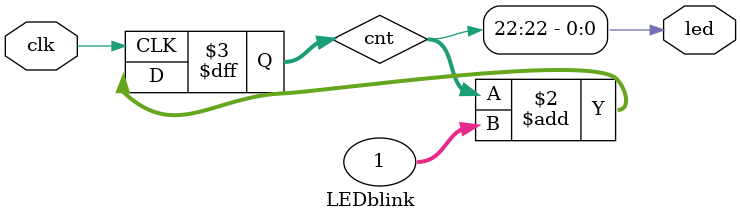
<source format=v>
module LEDblink(clk, led);
input clk;     // clock typically from 10MHz to 50MHz
output led;

// create a binary counter
reg [31:0] cnt;
always @(posedge clk) cnt <= cnt+1;

assign led = cnt[22];    // blink the LED at a few Hz (using the 23th bit of the counter, use a different bit to modify the blinking rate)
endmodule
</source>
